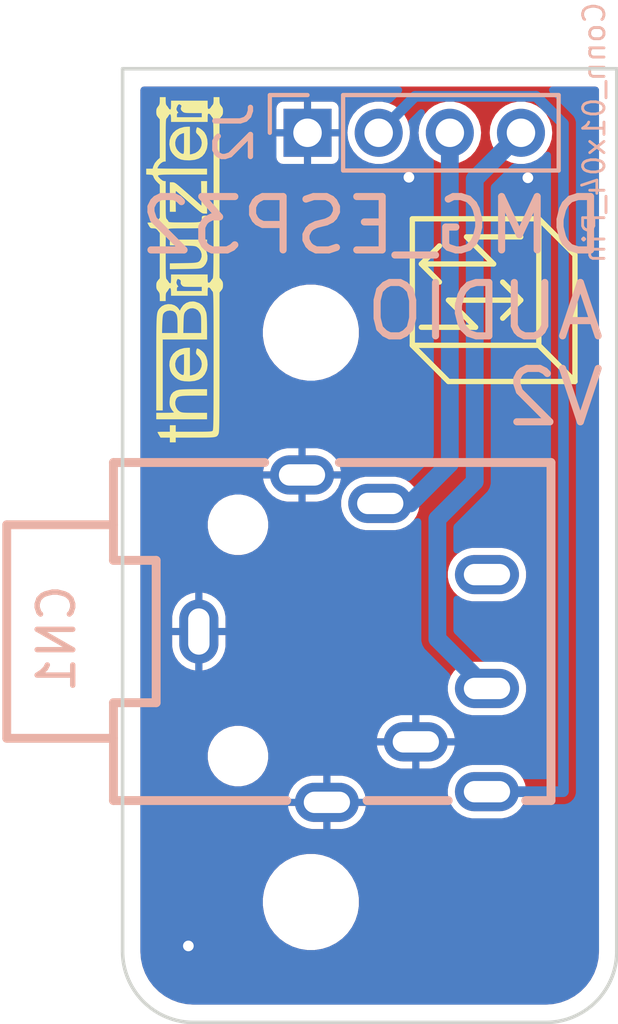
<source format=kicad_pcb>
(kicad_pcb (version 20240108) (generator "pcbnew") (generator_version "8.0")
  (layers (0 "F.Cu" signal) (31 "B.Cu" signal) (34 "B.Paste" user) (35 "F.Paste" user) (36 "B.SilkS" user "B.Silkscreen") (37 "F.SilkS" user "F.Silkscreen") (38 "B.Mask" user) (39 "F.Mask" user) (44 "Edge.Cuts" user))
  (net 0 "")
  (net 2 "Net-(J2-Pin_1)")
  (net 3 "Net-(J2-Pin_2)")
  (net 4 "Net-(J2-Pin_3)")
  (net 5 "Net-(J2-Pin_4)")
  (footprint "TheBrutzlers_Lib:thebrutzler_10mm_mod" (layer "F.Cu") (at 247.6 97.8 90)
    (property "Reference" "G***" (hide yes))
    (property "Value" "LOGO" (hide yes))
    (fp_poly (pts (xy 2.42471 -0.344702) (xy 2.423261 -0.319107) (xy 2.417527 -0.294773) (xy 2.404652 -0.267495) (xy 2.381768 -0.233069) (xy 2.346017 -0.187288) (xy 2.294539 -0.125948) (xy 2.224471 -0.044845) (xy 2.207134 -0.024918) (xy 2.131177 0.062119) (xy 2.053926 0.150249) (xy 1.98132 0.232724) (xy 1.919303 0.30279) (xy 1.878175 0.348856) (xy 1.766125 0.473448) (xy 2.458601 0.462236) (xy 2.458601 0.631262) (xy 1.544931 0.631262) (xy 1.544931 0.55675) (xy 1.545548 0.534327) (xy 1.548991 0.513401) (xy 1.557652 0.490688) (xy 1.573924 0.462916) (xy 1.600195 0.426804) (xy 1.638859 0.379077) (xy 1.692305 0.316456) (xy 1.762927 0.235664) (xy 1.853113 0.133424) (xy 1.857035 0.128986) (xy 1.938036 0.037137) (xy 2.011939 -0.046989) (xy 2.075851 -0.120071) (xy 2.126875 -0.178787) (xy 2.162118 -0.219817) (xy 2.178683 -0.239839) (xy 2.179411 -0.240876) (xy 2.167574 -0.247256) (xy 2.123187 -0.251376) (xy 2.046847 -0.253211) (xy 1.939152 -0.25274) (xy 1.892224 -0.25199) (xy 1.594768 -0.246492) (xy 1.594768 -0.415304) (xy 2.425376 -0.415304)) (fill solid) (layer "F.SilkS"))
    (fp_poly (pts (xy 0.152314 -0.037377) (xy 0.154679 0.093451) (xy 0.157751 0.19537) (xy 0.162432 0.272696) (xy 0.169629 0.329742) (xy 0.180246 0.370824) (xy 0.19519 0.400256) (xy 0.215363 0.422354) (xy 0.241672 0.441433) (xy 0.254396 0.449355) (xy 0.328527 0.476402) (xy 0.409697 0.476487) (xy 0.489438 0.452034) (xy 0.559285 0.405466) (xy 0.605418 0.348846) (xy 0.616914 0.326716) (xy 0.625673 0.301398) (xy 0.632172 0.267995) (xy 0.636886 0.221614) (xy 0.640289 0.157358) (xy 0.642862 0.070333) (xy 0.645075 -0.044358) (xy 0.645374 -0.062295) (xy 0.651179 -0.415304) (xy 0.813996 -0.415304) (xy 0.813996 0.631263) (xy 0.664487 0.631262) (xy 0.664302 0.544049) (xy 0.664118 0.456835) (xy 0.619945 0.512898) (xy 0.551149 0.575345) (xy 0.462392 0.619534) (xy 0.363086 0.642731) (xy 0.262646 0.642205) (xy 0.212039 0.631334) (xy 0.128579 0.593766) (xy 0.060489 0.538957) (xy 0.022534 0.485644) (xy 0.012839 0.462893) (xy 0.005257 0.435397) (xy -0.00054 0.398774) (xy -0.004877 0.348638) (xy -0.008079 0.280604) (xy -0.010475 0.190287) (xy -0.012389 0.073302) (xy -0.013258 0.004153) (xy -0.01821 -0.415304) (xy 0.146354 -0.415304)) (fill solid) (layer "F.SilkS"))
    (fp_poly (pts (xy -4.052863 -0.535742) (xy -4.051921 -0.430945) (xy -4.049483 -0.35772) (xy -4.045429 -0.314442) (xy -4.039637 -0.299486) (xy -4.035606 -0.30285) (xy -4.012234 -0.327301) (xy -3.97063 -0.358608) (xy -3.940591 -0.377604) (xy -3.889618 -0.403866) (xy -3.841043 -0.417918) (xy -3.78036 -0.423189) (xy -3.746043 -0.42361) (xy -3.631295 -0.412272) (xy -3.540238 -0.377848) (xy -3.472093 -0.319726) (xy -3.426081 -0.237292) (xy -3.405018 -0.155497) (xy -3.400103 -0.108687) (xy -3.395792 -0.035554) (xy -3.392337 0.057001) (xy -3.389988 0.162078) (xy -3.388994 0.272777) (xy -3.388978 0.28656) (xy -3.388882 0.631262) (xy -3.571615 0.631262) (xy -3.571615 0.264152) (xy -3.572256 0.127527) (xy -3.574723 0.02003) (xy -3.579832 -0.06243) (xy -3.588399 -0.123932) (xy -3.601241 -0.168562) (xy -3.619175 -0.200404) (xy -3.643016 -0.223542) (xy -3.672703 -0.241608) (xy -3.748308 -0.263525) (xy -3.8307 -0.259848) (xy -3.910412 -0.233562) (xy -3.977981 -0.187654) (xy -4.020699 -0.131808) (xy -4.031732 -0.107367) (xy -4.039982 -0.079921) (xy -4.045847 -0.04446) (xy -4.049724 0.004029) (xy -4.052004 0.070556) (xy -4.053087 0.160133) (xy -4.053368 0.277773) (xy -4.053368 0.631263) (xy -4.236102 0.631262) (xy -4.236102 -0.797384) (xy -4.053368 -0.797385)) (fill solid) (layer "F.SilkS"))
    (fp_poly (pts (xy 3.606506 -0.421961) (xy 3.715965 -0.386858) (xy 3.810945 -0.326053) (xy 3.888428 -0.241901) (xy 3.945399 -0.136764) (xy 3.978841 -0.012999) (xy 3.98666 0.087214) (xy 3.98692 0.14951) (xy 3.206979 0.14951) (xy 3.216726 0.203499) (xy 3.248629 0.302072) (xy 3.301956 0.380911) (xy 3.371567 0.438352) (xy 3.452322 0.472731) (xy 3.53908 0.482382) (xy 3.626703 0.465642) (xy 3.710049 0.420844) (xy 3.757086 0.378503) (xy 3.794314 0.340792) (xy 3.822722 0.322944) (xy 3.855373 0.319821) (xy 3.894137 0.324593) (xy 3.939076 0.335011) (xy 3.966286 0.348418) (xy 3.970034 0.354895) (xy 3.958202 0.394002) (xy 3.928104 0.445325) (xy 3.886548 0.499275) (xy 3.840339 0.54627) (xy 3.82557 0.558358) (xy 3.734513 0.608767) (xy 3.625831 0.638462) (xy 3.508748 0.646302) (xy 3.392484 0.631146) (xy 3.346205 0.617678) (xy 3.237127 0.565908) (xy 3.152738 0.493919) (xy 3.092302 0.400512) (xy 3.055085 0.284484) (xy 3.040349 0.144637) (xy 3.040026 0.118015) (xy 3.045525 -0.004043) (xy 3.053598 -0.04738) (xy 3.22276 -0.04738) (xy 3.224746 -0.036318) (xy 3.233725 -0.028273) (xy 3.254236 -0.022769) (xy 3.290808 -0.019328) (xy 3.347984 -0.017474) (xy 3.430293 -0.016729) (xy 3.515275 -0.016612) (xy 3.807788 -0.016612) (xy 3.796931 -0.062295) (xy 3.762423 -0.141697) (xy 3.704582 -0.20343) (xy 3.629602 -0.245059) (xy 3.54368 -0.264139) (xy 3.453015 -0.258231) (xy 3.372404 -0.229494) (xy 3.313911 -0.189681) (xy 3.264624 -0.138744) (xy 3.231954 -0.085698) (xy 3.22276 -0.04738) (xy 3.053598 -0.04738) (xy 3.063815 -0.102226) (xy 3.097587 -0.184318) (xy 3.149532 -0.258098) (xy 3.182355 -0.293493) (xy 3.24788 -0.351827) (xy 3.310264 -0.388842) (xy 3.356216 -0.405625) (xy 3.485584 -0.429003)) (fill solid) (layer "F.SilkS"))
    (fp_poly (pts (xy -2.606444 -0.421961) (xy -2.496985 -0.386858) (xy -2.402005 -0.326053) (xy -2.324521 -0.241901) (xy -2.26755 -0.136764) (xy -2.234109 -0.012999) (xy -2.226289 0.087215) (xy -2.226029 0.14951) (xy -3.005971 0.14951) (xy -2.996224 0.203499) (xy -2.964321 0.302072) (xy -2.910994 0.380911) (xy -2.841383 0.438352) (xy -2.760628 0.472731) (xy -2.673868 0.482382) (xy -2.586247 0.465642) (xy -2.5029 0.420844) (xy -2.455862 0.378503) (xy -2.418636 0.340792) (xy -2.390227 0.322944) (xy -2.357577 0.319821) (xy -2.318812 0.324593) (xy -2.273873 0.335012) (xy -2.246664 0.348418) (xy -2.242915 0.354895) (xy -2.254748 0.394002) (xy -2.284846 0.445325) (xy -2.326402 0.499275) (xy -2.372611 0.54627) (xy -2.38738 0.558358) (xy -2.478437 0.608767) (xy -2.587118 0.638462) (xy -2.704202 0.646302) (xy -2.820465 0.631147) (xy -2.866745 0.617678) (xy -2.975823 0.565908) (xy -3.060212 0.493919) (xy -3.120647 0.400512) (xy -3.157865 0.284484) (xy -3.172601 0.144637) (xy -3.172923 0.118015) (xy -3.167425 -0.004042) (xy -3.159352 -0.04738) (xy -2.99019 -0.04738) (xy -2.988204 -0.036318) (xy -2.979224 -0.028274) (xy -2.958715 -0.02277) (xy -2.92214 -0.019328) (xy -2.864966 -0.017474) (xy -2.782658 -0.01673) (xy -2.697676 -0.016611) (xy -2.405162 -0.016612) (xy -2.416019 -0.062295) (xy -2.450527 -0.141697) (xy -2.508368 -0.20343) (xy -2.583348 -0.245059) (xy -2.669269 -0.264139) (xy -2.759936 -0.25823) (xy -2.840546 -0.229494) (xy -2.89904 -0.189682) (xy -2.948326 -0.138744) (xy -2.980996 -0.085698) (xy -2.99019 -0.04738) (xy -3.159352 -0.04738) (xy -3.149135 -0.102226) (xy -3.115363 -0.184318) (xy -3.063419 -0.258097) (xy -3.030594 -0.293492) (xy -2.96507 -0.351827) (xy -2.902686 -0.388842) (xy -2.856734 -0.405625) (xy -2.727366 -0.429003)) (fill solid) (layer "F.SilkS"))
    (fp_poly (pts (xy -2.41878 -0.797365) (xy -2.199271 -0.797218) (xy -2.008494 -0.796809) (xy -1.844207 -0.796005) (xy -1.70416 -0.794672) (xy -1.586109 -0.792674) (xy -1.487808 -0.789879) (xy -1.407011 -0.786153) (xy -1.341474 -0.781361) (xy -1.288949 -0.775369) (xy -1.247192 -0.768042) (xy -1.213957 -0.75925) (xy -1.186998 -0.748855) (xy -1.16407 -0.736724) (xy -1.142925 -0.722724) (xy -1.121319 -0.70672) (xy -1.118869 -0.704869) (xy -1.055739 -0.638165) (xy -1.015574 -0.555554) (xy -0.998263 -0.464211) (xy -1.003703 -0.371306) (xy -1.031784 -0.284016) (xy -1.082401 -0.209511) (xy -1.12684 -0.171671) (xy -1.18169 -0.134708) (xy -1.115735 -0.10106) (xy -1.030561 -0.040018) (xy -0.968201 0.041432) (xy -0.931522 0.137121) (xy -0.923393 0.240889) (xy -0.931273 0.295426) (xy -0.970225 0.408101) (xy -1.031853 0.49675) (xy -1.117031 0.562217) (xy -1.226633 0.605351) (xy -1.259189 0.613001) (xy -1.303869 0.618793) (xy -1.374724 0.623828) (xy -1.464709 0.627793) (xy -1.566777 0.630375) (xy -1.67034 0.631262) (xy -1.99346 0.631263) (xy -1.99346 -0.036143) (xy -1.810727 -0.036143) (xy -1.810726 0.465141) (xy -1.565063 0.465141) (xy -1.467174 0.464692) (xy -1.395779 0.462823) (xy -1.344155 0.458747) (xy -1.305578 0.451679) (xy -1.273323 0.440832) (xy -1.245279 0.427763) (xy -1.177488 0.377199) (xy -1.133937 0.310675) (xy -1.114859 0.235177) (xy -1.12049 0.15769) (xy -1.151064 0.085199) (xy -1.206817 0.02469) (xy -1.231179 0.008306) (xy -1.257162 -0.004688) (xy -1.288267 -0.014152) (xy -1.330438 -0.02081) (xy -1.389626 -0.025391) (xy -1.471778 -0.028621) (xy -1.549084 -0.030531) (xy -1.810727 -0.036143) (xy -1.99346 -0.036143) (xy -1.99346 -0.61465) (xy -3.986919 -0.61465) (xy -3.986919 -0.634309) (xy -1.810726 -0.634309) (xy -1.810727 -0.199346) (xy -1.586799 -0.199346) (xy -1.480889 -0.200618) (xy -1.40201 -0.204811) (xy -1.344051 -0.212492) (xy -1.300901 -0.224226) (xy -1.295447 -0.226323) (xy -1.231637 -0.266301) (xy -1.19343 -0.32597) (xy -1.179561 -0.407397) (xy -1.179464 -0.416069) (xy -1.192263 -0.495061) (xy -1.227792 -0.5597) (xy -1.277729 -0.600006) (xy -1.315113 -0.609948) (xy -1.38217 -0.618233) (xy -1.475376 -0.62452) (xy -1.565696 -0.627863) (xy -1.810726 -0.634309) (xy -3.986919 -0.634309) (xy -3.986919 -0.797384) (xy -2.669267 -0.797384)) (fill solid) (layer "F.SilkS"))
    (fp_poly (pts (xy 2.807456 -0.898337) (xy 2.871736 -0.881028) (xy 2.962791 -0.839843) (xy 3.049056 -0.767379) (xy 3.070574 -0.743401) (xy 3.109428 -0.697711) (xy 4.194572 -0.699061) (xy 4.252087 -0.748222) (xy 4.292819 -0.778175) (xy 4.333321 -0.792881) (xy 4.388733 -0.797298) (xy 4.402224 -0.797384) (xy 4.46219 -0.794364) (xy 4.504364 -0.781998) (xy 4.543885 -0.75533) (xy 4.552361 -0.748222) (xy 4.589879 -0.720039) (xy 4.626675 -0.705063) (xy 4.675985 -0.699205) (xy 4.713702 -0.698386) (xy 4.817528 -0.697711) (xy 4.817528 -0.531589) (xy 4.711583 -0.531589) (xy 4.642653 -0.528357) (xy 4.600602 -0.517875) (xy 4.58405 -0.505575) (xy 4.553725 -0.47913) (xy 4.515566 -0.455312) (xy 4.482781 -0.431336) (xy 4.468683 -0.4071) (xy 4.468672 -0.406571) (xy 4.475543 -0.393604) (xy 4.500077 -0.385995) (xy 4.548158 -0.382589) (xy 4.593264 -0.382079) (xy 4.717855 -0.38208) (xy 4.717855 0.647875) (xy 4.60157 0.647875) (xy 4.540418 0.64879) (xy 4.505382 0.652869) (xy 4.489374 0.66211) (xy 4.485307 0.678513) (xy 4.485285 0.680672) (xy 4.499791 0.712667) (xy 4.532178 0.73772) (xy 4.572927 0.763438) (xy 4.600661 0.787984) (xy 4.630131 0.805207) (xy 4.684888 0.813161) (xy 4.719889 0.813997) (xy 4.817528 0.813996) (xy 4.817528 0.980118) (xy 4.722007 0.980793) (xy 4.661278 0.984052) (xy 4.618902 0.995949) (xy 4.580238 1.021255) (xy 4.568973 1.03063) (xy 4.52824 1.060583) (xy 4.487739 1.075289) (xy 4.432327 1.079706) (xy 4.418835 1.079791) (xy 4.35887 1.076772) (xy 4.316697 1.064406) (xy 4.277175 1.037736) (xy 4.268699 1.030629) (xy 4.211184 0.981468) (xy -0.257488 0.981468) (xy -0.315004 1.03063) (xy -0.355736 1.060583) (xy -0.396238 1.07529) (xy -0.45165 1.079706) (xy -0.465141 1.079791) (xy -0.525106 1.076771) (xy -0.56728 1.064406) (xy -0.606801 1.037737) (xy -0.615278 1.03063) (xy -0.672793 0.981468) (xy -2.633028 0.980767) (xy -2.930387 0.980638) (xy -3.196331 0.980457) (xy -3.432669 0.980198) (xy -3.641211 0.979834) (xy -3.823767 0.979337) (xy -3.982144 0.978682) (xy -4.118155 0.977841) (xy -4.233605 0.976789) (xy -4.330306 0.975499) (xy -4.410069 0.973943) (xy -4.4747 0.972096) (xy -4.526009 0.96993) (xy -4.565808 0.967419) (xy -4.595903 0.964536) (xy -4.618105 0.961254) (xy -4.634224 0.957548) (xy -4.646068 0.953389) (xy -4.651175 0.951021) (xy -4.677047 0.937294) (xy -4.697992 0.922422) (xy -4.714529 0.902962) (xy -4.727182 0.875474) (xy -4.736474 0.836517) (xy -4.742927 0.78265) (xy -4.747064 0.710432) (xy -4.749407 0.616423) (xy -4.750479 0.497181) (xy -4.750803 0.349265) (xy -4.750834 0.294866) (xy -4.751079 -0.249182) (xy -4.883976 -0.249182) (xy -4.883976 -0.415304) (xy -4.751079 -0.415304) (xy -4.751079 -0.677942) (xy -4.677519 -0.72105) (xy -4.633919 -0.745602) (xy -4.602923 -0.761216) (xy -4.594457 -0.764159) (xy -4.590558 -0.748692) (xy -4.587434 -0.706866) (xy -4.585459 -0.645544) (xy -4.584957 -0.589732) (xy -4.584957 -0.415304) (xy -4.402224 -0.415304) (xy -4.402224 -0.249182) (xy -4.584957 -0.249182) (xy -4.584957 0.256302) (xy -4.584769 0.401726) (xy -4.584087 0.517466) (xy -4.582738 0.607064) (xy -4.580549 0.674058) (xy -4.577343 0.721987) (xy -4.572949 0.754393) (xy -4.567194 0.774814) (xy -4.559902 0.786791) (xy -4.558853 0.787891) (xy -4.552417 0.791895) (xy -4.540381 0.795471) (xy -4.520979 0.798645) (xy -4.492444 0.80144) (xy -4.453011 0.80388) (xy -4.400914 0.805987) (xy -4.334386 0.807786) (xy -4.251664 0.809301) (xy -4.15098 0.810554) (xy -4.030568 0.811569) (xy -3.888663 0.81237) (xy -3.723499 0.81298) (xy -3.53331 0.813422) (xy -3.31633 0.813722) (xy -3.070793 0.8139) (xy -2.794934 0.813983) (xy -2.600651 0.813996) (xy -2.304378 0.813963) (xy -2.039569 0.813849) (xy -1.804463 0.81363) (xy -1.5973 0.813282) (xy -1.416319 0.812783) (xy -1.25976 0.812108) (xy -1.125862 0.811234) (xy -1.012865 0.810139) (xy -0.919008 0.808798) (xy -0.84253 0.807188) (xy -0.781672 0.805285) (xy -0.734673 0.803067) (xy -0.699772 0.800509) (xy -0.675208 0.797589) (xy -0.659222 0.794282) (xy -0.650052 0.790566) (xy -0.646965 0.787983) (xy -0.616642 0.761538) (xy -0.578483 0.73772) (xy -0.543463 0.709464) (xy -0.531589 0.680672) (xy -0.534835 0.663425) (xy -0.549296 0.653543) (xy -0.582062 0.649028) (xy -0.640219 0.647881) (xy -0.647874 0.647875) (xy -0.764159 0.647875) (xy -0.764159 0.481753) (xy -0.631262 0.481753) (xy -0.514977 0.481753) (xy -0.514977 0.223509) (xy -0.514808 0.125602) (xy -0.513765 0.055235) (xy -0.511043 0.006723) (xy -0.505835 -0.025619) (xy -0.497336 -0.047475) (xy -0.484741 -0.064529) (xy -0.472345 -0.077366) (xy -0.433821 -0.106946) (xy -0.394935 -0.112449) (xy -0.38117 -0.110289) (xy -0.344081 -0.108262) (xy -0.3205 -0.126674) (xy -0.308288 -0.147647) (xy -0.293562 -0.181093) (xy -0.298885 -0.199009) (xy -0.325489 -0.213643) (xy -0.384975 -0.231037) (xy -0.436125 -0.220779) (xy -0.471206 -0.19814) (xy -0.500955 -0.177282) (xy -0.513214 -0.177932) (xy -0.514977 -0.189834) (xy -0.526094 -0.208812) (xy -0.56293 -0.215794) (xy -0.57312 -0.215957) (xy -0.631262 -0.215958) (xy -0.631262 0.481753) (xy -0.764159 0.481753) (xy -0.764159 -0.382079) (xy -0.65618 -0.38208) (xy -0.589401 -0.386353) (xy -0.552604 -0.398489) (xy -0.550065 -0.406571) (xy -0.415304 -0.406571) (xy -0.408434 -0.393605) (xy -0.3839 -0.385996) (xy -0.335819 -0.382589) (xy -0.290713 -0.382079) (xy -0.166122 -0.382079) (xy -0.166122 0.647875) (xy -0.282407 0.647875) (xy -0.343559 0.64879) (xy -0.378595 0.652869) (xy -0.394602 0.66211) (xy -0.398669 0.678514) (xy -0.398692 0.680672) (xy -0.384185 0.712667) (xy -0.351798 0.73772) (xy -0.31105 0.763438) (xy -0.283316 0.787983) (xy -0.277843 0.791701) (xy -0.266823 0.795052) (xy -0.248623 0.798053) (xy -0.221608 0.800726) (xy -0.184145 0.803086) (xy -0.1346 0.805154) (xy -0.071338 0.806948) (xy 0.007273 0.808488) (xy 0.102868 0.809791) (xy 0.217081 0.810877) (xy 0.351545 0.811764) (xy 0.507895 0.812471) (xy 0.687764 0.813018) (xy 0.892785 0.813423) (xy 1.124594 0.813705) (xy 1.384823 0.813881) (xy 1.675107 0.813973) (xy 1.976849 0.813996) (xy 2.296874 0.813969) (xy 2.585309 0.813874) (xy 2.843788 0.81369) (xy 3.073944 0.813402) (xy 3.277411 0.81299) (xy 3.455824 0.812434) (xy 3.610815 0.811716) (xy 3.744018 0.810817) (xy 3.857069 0.809719) (xy 3.951599 0.808402) (xy 4.029244 0.806848) (xy 4.091637 0.805038) (xy 4.140412 0.802953) (xy 4.177202 0.800575) (xy 4.203642 0.797884) (xy 4.221366 0.794861) (xy 4.232007 0.791489) (xy 4.237011 0.787983) (xy 4.267335 0.761538) (xy 4.305494 0.73772) (xy 4.340513 0.709464) (xy 4.352387 0.680672) (xy 4.349142 0.663425) (xy 4.33468 0.653543) (xy 4.301915 0.649028) (xy 4.243757 0.647881) (xy 4.236102 0.647875) (xy 4.119817 0.647875) (xy 4.119817 0.481753) (xy 4.252714 0.481753) (xy 4.368999 0.481753) (xy 4.368999 0.239288) (xy 4.369434 0.142722) (xy 4.371209 0.073288) (xy 4.375031 0.0249) (xy 4.381608 -0.008528) (xy 4.391646 -0.033082) (xy 4.402655 -0.050442) (xy 4.448983 -0.09693) (xy 4.498181 -0.110356) (xy 4.537332 -0.09849) (xy 4.568513 -0.087847) (xy 4.590492 -0.101809) (xy 4.596102 -0.109051) (xy 4.615466 -0.145493) (xy 4.608369 -0.172883) (xy 4.572086 -0.198324) (xy 4.559476 -0.204575) (xy 4.506758 -0.226318) (xy 4.469221 -0.229586) (xy 4.434062 -0.213815) (xy 4.41277 -0.198141) (xy 4.383021 -0.177282) (xy 4.370762 -0.177931) (xy 4.368999 -0.189834) (xy 4.357882 -0.208811) (xy 4.321047 -0.215794) (xy 4.310857 -0.215958) (xy 4.252714 -0.215957) (xy 4.252714 0.481753) (xy 4.119817 0.481753) (xy 4.119817 -0.38208) (xy 4.227796 -0.38208) (xy 4.294575 -0.386353) (xy 4.331372 -0.398489) (xy 4.337331 -0.417461) (xy 4.311596 -0.442245) (xy 4.288882 -0.455312) (xy 4.248133 -0.481031) (xy 4.220399 -0.505575) (xy 4.211312 -0.512494) (xy 4.194562 -0.518089) (xy 4.16693 -0.522497) (xy 4.125197 -0.525852) (xy 4.066143 -0.52829) (xy 3.986551 -0.529947) (xy 3.883201 -0.530959) (xy 3.752874 -0.531461) (xy 3.602806 -0.531589) (xy 3.006802 -0.531589) (xy 3.006803 -0.571845) (xy 2.993609 -0.616544) (xy 2.959432 -0.667162) (xy 2.912365 -0.713549) (xy 2.872751 -0.739838) (xy 2.837437 -0.756761) (xy 2.816896 -0.764147) (xy 2.816587 -0.764159) (xy 2.814641 -0.748119) (xy 2.812838 -0.702287) (xy 2.81122 -0.630093) (xy 2.809836 -0.534972) (xy 2.808726 -0.420352) (xy 2.807939 -0.289667) (xy 2.807516 -0.146349) (xy 2.807456 -0.066448) (xy 2.807456 0.631262) (xy 2.641334 0.631262) (xy 2.641334 -0.058142) (xy 2.641362 -0.235146) (xy 2.641139 -0.381352) (xy 2.640205 -0.499192) (xy 2.638101 -0.591095) (xy 2.634368 -0.659488) (xy 2.628546 -0.7068) (xy 2.620175 -0.73546) (xy 2.608796 -0.747895) (xy 2.593951 -0.746535) (xy 2.575176 -0.733809) (xy 2.552017 -0.712144) (xy 2.524011 -0.683969) (xy 2.523095 -0.683053) (xy 2.476538 -0.626337) (xy 2.458731 -0.578872) (xy 2.458601 -0.575074) (xy 2.458601 -0.531589) (xy 1.937892 -0.531589) (xy 1.792405 -0.531501) (xy 1.676518 -0.531094) (xy 1.586608 -0.530152) (xy 1.51905 -0.528458) (xy 1.47022 -0.525798) (xy 1.436494 -0.521954) (xy 1.414249 -0.516711) (xy 1.39986 -0.509853) (xy 1.389705 -0.501164) (xy 1.3875 -0.498789) (xy 1.352941 -0.469675) (xy 1.326783 -0.456139) (xy 1.317422 -0.451481) (xy 1.310155 -0.441631) (xy 1.304719 -0.422784) (xy 1.300849 -0.391135) (xy 1.298282 -0.342877) (xy 1.296755 -0.274206) (xy 1.296002 -0.181315) (xy 1.295761 -0.060398) (xy 1.295749 -0.008374) (xy 1.295882 0.131892) (xy 1.296835 0.242465) (xy 1.29944 0.326876) (xy 1.304527 0.388657) (xy 1.312928 0.431339) (xy 1.325473 0.458456) (xy 1.342994 0.473534) (xy 1.366323 0.48011) (xy 1.396289 0.481713) (xy 1.411098 0.481753) (xy 1.451185 0.483825) (xy 1.471324 0.496215) (xy 1.481446 0.52819) (xy 1.485306 0.550979) (xy 1.489246 0.599192) (xy 1.478352 0.628201) (xy 1.447041 0.642704) (xy 1.38973 0.647401) (xy 1.370504 0.647594) (xy 1.287431 0.637781) (xy 1.216027 0.61041) (xy 1.164722 0.569297) (xy 1.150869 0.548202) (xy 1.144187 0.524088) (xy 1.138916 0.479765) (xy 1.134954 0.412686) (xy 1.132197 0.320313) (xy 1.130543 0.200101) (xy 1.129888 0.049511) (xy 1.129872 0.030191) (xy 1.129696 -0.108255) (xy 1.129171 -0.217119) (xy 1.128062 -0.300045) (xy 1.126134 -0.360675) (xy 1.123155 -0.402653) (xy 1.118889 -0.429623) (xy 1.113101 -0.445224) (xy 1.105559 -0.453102) (xy 1.098594 -0.456139) (xy 1.063489 -0.47596) (xy 1.037877 -0.498789) (xy 1.029164 -0.507111) (xy 1.017427 -0.513893) (xy 0.999439 -0.519294) (xy 0.971975 -0.523468) (xy 0.931807 -0.526574) (xy 0.875711 -0.528769) (xy 0.800459 -0.53021) (xy 0.702826 -0.531056) (xy 0.579585 -0.531459) (xy 0.427511 -0.531583) (xy 0.364927 -0.531589) (xy 0.199658 -0.531458) (xy 0.064518 -0.530983) (xy -0.043586 -0.530043) (xy -0.127749 -0.528517) (xy -0.191064 -0.526285) (xy -0.236623 -0.523225) (xy -0.267525 -0.519216) (xy -0.28686 -0.514138) (xy -0.297723 -0.507868) (xy -0.299929 -0.505575) (xy -0.330251 -0.47913) (xy -0.368411 -0.455312) (xy -0.401198 -0.431336) (xy -0.415293 -0.4071) (xy -0.415304 -0.406571) (xy -0.550065 -0.406571) (xy -0.546645 -0.417461) (xy -0.572381 -0.442245) (xy -0.595095 -0.455312) (xy -0.635843 -0.481031) (xy -0.663577 -0.505575) (xy -0.688129 -0.521065) (xy -0.73357 -0.529334) (xy -0.799418 -0.531589) (xy -0.913669 -0.531589) (xy -0.913669 -0.697711) (xy -0.801537 -0.698386) (xy -0.737919 -0.700458) (xy -0.695331 -0.70811) (xy -0.661643 -0.724906) (xy -0.63189 -0.748222) (xy -0.591157 -0.778175) (xy -0.550654 -0.792881) (xy -0.495244 -0.797298) (xy -0.481753 -0.797384) (xy -0.421787 -0.794364) (xy -0.379615 -0.781998) (xy -0.340091 -0.75533) (xy -0.331616 -0.748222) (xy -0.274101 -0.699061) (xy 0.362289 -0.698385) (xy 0.998678 -0.697711) (xy 1.064153 -0.750328) (xy 1.103854 -0.785481) (xy 1.123168 -0.816501) (xy 1.129274 -0.857792) (xy 1.129627 -0.881646) (xy 1.131521 -0.929282) (xy 1.142208 -0.958811) (xy 1.169196 -0.982667) (xy 1.203187 -1.003457) (xy 1.246787 -1.02801) (xy 1.277784 -1.043623) (xy 1.286248 -1.046566) (xy 1.290836 -1.031325) (xy 1.294207 -0.991076) (xy 1.295721 -0.93403) (xy 1.295748 -0.924755) (xy 1.295749 -0.802944) (xy 1.361224 -0.750328) (xy 1.426698 -0.697711) (xy 2.3571 -0.697711) (xy 2.428616 -0.773136) (xy 2.481243 -0.820357) (xy 2.537038 -0.857653) (xy 2.56658 -0.871191) (xy 2.604414 -0.885539) (xy 2.624736 -0.902164) (xy 2.633781 -0.931159) (xy 2.637785 -0.982616) (xy 2.63801 -0.986806) (xy 2.642992 -1.079791) (xy 2.807456 -1.079791)) (fill solid) (layer "F.SilkS"))
  )
  (footprint "TheBrutzlers_Lib:Symbol_kurzschlussblog" (layer "F.Cu") (at 254.0015 96.4015 -90)
    (property "Reference" "SM3" (hide yes))
    (property "Value" "SYM_Arrow45_Tiny" (hide yes))
    (fp_line (start 0 0) (end 3.556 0) (stroke (width 0.15)) (layer "F.SilkS"))
    (fp_line (start 3.556 0) (end 4.572 -1.016) (stroke (width 0.15)) (layer "F.SilkS"))
    (fp_line (start 3.556 0) (end 3.556 -3.556) (stroke (width 0.15)) (layer "F.SilkS"))
    (fp_line (start 1.27 -0.254001) (end 0.762 -0.762) (stroke (width 0.15)) (layer "F.SilkS"))
    (fp_line (start 1.27 -0.254001) (end 1.777999 -0.762) (stroke (width 0.15)) (layer "F.SilkS"))
    (fp_line (start 3.048 -0.254001) (end 3.048 -1.777999) (stroke (width 0.15)) (layer "F.SilkS"))
    (fp_line (start 2.286001 -1.016) (end 2.286001 -3.048) (stroke (width 0.15)) (layer "F.SilkS"))
    (fp_line (start 4.572 -1.016) (end 4.572 -4.572) (stroke (width 0.15)) (layer "F.SilkS"))
    (fp_line (start 0 -1.143) (end 0 0) (stroke (width 0.15)) (layer "F.SilkS"))
    (fp_line (start 0.508 -1.524) (end 1.270001 -2.286) (stroke (width 0.15)) (layer "F.SilkS"))
    (fp_line (start 3.048 -1.777999) (end 2.286001 -1.016) (stroke (width 0.15)) (layer "F.SilkS"))
    (fp_line (start 1.270001 -2.286) (end 1.27 -0.254001) (stroke (width 0.15)) (layer "F.SilkS"))
    (fp_line (start 0.508 -3.048) (end 0.508 -1.524) (stroke (width 0.15)) (layer "F.SilkS"))
    (fp_line (start 2.286001 -3.048) (end 1.778 -2.54) (stroke (width 0.15)) (layer "F.SilkS"))
    (fp_line (start 2.286001 -3.048) (end 2.794 -2.54) (stroke (width 0.15)) (layer "F.SilkS"))
    (fp_line (start 0 -3.556) (end 0 -1.143) (stroke (width 0.15)) (layer "F.SilkS"))
    (fp_line (start 3.556 -3.556) (end 0 -3.556) (stroke (width 0.15)) (layer "F.SilkS"))
    (fp_line (start 3.556 -3.556) (end 4.572 -4.572) (stroke (width 0.15)) (layer "F.SilkS"))
    (fp_line (start 1.016 -4.572) (end 0 -3.556) (stroke (width 0.15)) (layer "F.SilkS"))
    (fp_line (start 4.572 -4.572) (end 3.556 -3.556) (stroke (width 0.15)) (layer "F.SilkS"))
    (fp_line (start 4.572 -4.572) (end 1.016 -4.572) (stroke (width 0.15)) (layer "F.SilkS"))
  )
  (footprint "easyeda2kicad:AUDIO-TH_PJ-3043-B" (layer "B.Cu") (at 252.05 108.2 -90)
    (property "Reference" "CN1" (at 0 8.050001 90) (layer "B.SilkS") (effects (justify mirror)))
    (property "Value" "PJ-3043-B" (hide yes))
    (fp_line (start -3.2 9.45) (end -3.2 6.45) (stroke (width 0.25)) (layer "B.SilkS"))
    (fp_line (start 2.8 9.45) (end -3.2 9.45) (stroke (width 0.25)) (layer "B.SilkS"))
    (fp_line (start 2.8 9.45) (end 2.8 6.45) (stroke (width 0.25)) (layer "B.SilkS"))
    (fp_line (start -4.95 6.45) (end -4.95 2.199999) (stroke (width 0.25)) (layer "B.SilkS"))
    (fp_line (start -2.2 6.45) (end -4.95 6.45) (stroke (width 0.25)) (layer "B.SilkS"))
    (fp_line (start 1.8 6.45) (end 4.55 6.45) (stroke (width 0.25)) (layer "B.SilkS"))
    (fp_line (start 4.55 6.45) (end 4.55 1.58) (stroke (width 0.25)) (layer "B.SilkS"))
    (fp_line (start -2.2 5.250001) (end -2.2 6.45) (stroke (width 0.25)) (layer "B.SilkS"))
    (fp_line (start 1.8 5.25) (end 1.8 6.45) (stroke (width 0.25)) (layer "B.SilkS"))
    (fp_line (start 1.8 5.25) (end -2.2 5.250001) (stroke (width 0.25)) (layer "B.SilkS"))
    (fp_line (start -4.95 0.1) (end -4.95 -5.85) (stroke (width 0.25)) (layer "B.SilkS"))
    (fp_line (start 4.549999 -0.68) (end 4.55 -2.96) (stroke (width 0.25)) (layer "B.SilkS"))
    (fp_line (start 4.55 -5.14) (end 4.55 -5.85) (stroke (width 0.25)) (layer "B.SilkS"))
    (fp_line (start 4.55 -5.85) (end -4.95 -5.85) (stroke (width 0.25)) (layer "B.SilkS"))
    (pad "" np_thru_hole circle (at -3.2 2.95 270) (size 1.2 1.2) (drill 1.2) (layers "F&B.Cu" "*.Mask"))
    (pad "" np_thru_hole circle (at 3.299999 2.95 270) (size 1.2 1.2) (drill 1.2) (layers "F&B.Cu" "*.Mask"))
    (pad "1" thru_hole oval (at -0.2 4.05 180) (size 1.1 1.8) (drill oval 0.599999 1.300023) (layers "*.Cu" "*.Mask") (net 2 "Net-(J2-Pin_1)"))
    (pad "2" thru_hole oval (at 1.4 -4.05 270) (size 1.1 1.8) (drill oval 0.599999 1.300023) (layers "*.Cu" "*.Mask") (net 5 "Net-(J2-Pin_4)"))
    (pad "3" thru_hole oval (at -3.8 -1.05 90) (size 1.1 1.8) (drill oval 0.599999 1.300023) (layers "*.Cu" "*.Mask") (net 4 "Net-(J2-Pin_3)"))
    (pad "4" thru_hole oval (at -1.8 -4.05 90) (size 1.1 1.8) (drill oval 0.599999 1.300023) (layers "*.Cu" "*.Mask"))
    (pad "5" thru_hole oval (at 2.9 -2.05 90) (size 1.1 1.8) (drill oval 0.599999 1.300023) (layers "*.Cu" "*.Mask") (net 2 "Net-(J2-Pin_1)"))
    (pad "6" thru_hole oval (at 4.3 -4.05 90) (size 1.1 1.8) (drill oval 0.599999 1.300023) (layers "*.Cu" "*.Mask") (net 3 "Net-(J2-Pin_2)"))
    (pad "8" thru_hole oval (at -4.6 1.15 270) (size 1.1 1.8) (drill oval 0.599999 1.300023) (layers "*.Cu" "*.Mask") (net 2 "Net-(J2-Pin_1)"))
    (pad "8" thru_hole oval (at 4.6 0.45 270) (size 1.1 1.8) (drill oval 0.599999 1.300023) (layers "*.Cu" "*.Mask") (net 2 "Net-(J2-Pin_1)"))
  )
  (footprint "MountingHole:MountingHole_2.2mm_M2" (layer "B.Cu") (at 251.149999 99.6 90)
    (property "Reference" "H2" (hide yes))
    (property "Value" "MountingHole" (hide yes))
    (pad "" np_thru_hole circle (at 0 0 90) (size 2.2 2.2) (drill 2.2) (layers "F&B.Cu" "*.Mask"))
  )
  (footprint "MountingHole:MountingHole_2.2mm_M2" (layer "B.Cu") (at 251.15 115.6 90)
    (property "Reference" "H1" (hide yes))
    (property "Value" "MountingHole" (hide yes))
    (pad "" np_thru_hole circle (at 0 0 90) (size 2.2 2.2) (drill 2.2) (layers "F&B.Cu" "*.Mask"))
  )
  (footprint "Connector_PinHeader_2.00mm:PinHeader_1x04_P2.00mm_Vertical" (layer "B.Cu") (at 251.05557 93.984807 -90)
    (property "Reference" "J2" (at 0 2.06 90) (layer "B.SilkS") (effects (justify mirror)))
    (property "Value" "Conn_01x04_Pin" (at 0 -8.06 90) (layer "B.SilkS") (effects (font (size 0.6 0.6) (thickness 0.08)) (justify mirror)))
    (fp_line (start -1.06 1.06) (end -1.06 0) (stroke (width 0.12)) (layer "B.SilkS"))
    (fp_line (start 0 1.06) (end -1.06 1.06) (stroke (width 0.12)) (layer "B.SilkS"))
    (fp_line (start 1.06 -1) (end -1.06 -1) (stroke (width 0.12)) (layer "B.SilkS"))
    (fp_line (start -1.06 -7.06) (end -1.06 -1) (stroke (width 0.12)) (layer "B.SilkS"))
    (fp_line (start 1.06 -7.06) (end 1.06 -1) (stroke (width 0.12)) (layer "B.SilkS"))
    (fp_line (start 1.06 -7.06) (end -1.06 -7.06) (stroke (width 0.12)) (layer "B.SilkS"))
    (pad "1" thru_hole rect (at 0 0 270) (size 1.35 1.35) (drill 0.8) (layers "*.Cu" "*.Mask") (net 2 "Net-(J2-Pin_1)"))
    (pad "2" thru_hole oval (at 0 -2.000001 270) (size 1.35 1.35) (drill 0.8) (layers "*.Cu" "*.Mask") (net 3 "Net-(J2-Pin_2)"))
    (pad "3" thru_hole oval (at 0 -4 270) (size 1.35 1.35) (drill 0.8) (layers "*.Cu" "*.Mask") (net 4 "Net-(J2-Pin_3)"))
    (pad "4" thru_hole oval (at 0 -6 270) (size 1.35 1.35) (drill 0.8) (layers "*.Cu" "*.Mask") (net 5 "Net-(J2-Pin_4)"))
  )
  (gr_line (start 245.855569 92.184806) (end 245.85557 116.984806) (stroke (width 0.1)) (layer "Edge.Cuts"))
  (gr_arc (start 247.85557 118.984806) (mid 246.441356 118.39902) (end 245.85557 116.984806) (stroke (width 0.1)) (layer "Edge.Cuts"))
  (gr_arc (start 259.75 116.984806) (mid 259.164243 118.399049) (end 257.75 118.984806) (stroke (width 0.1)) (layer "Edge.Cuts"))
  (gr_line (start 245.855569 92.184806) (end 259.75 92.184806) (stroke (width 0.1)) (layer "Edge.Cuts"))
  (gr_line (start 259.75 116.984806) (end 259.75 92.184806) (stroke (width 0.1)) (layer "Edge.Cuts"))
  (gr_line (start 257.75 118.984806) (end 247.85557 118.984806) (stroke (width 0.1)) (layer "Edge.Cuts"))
  (gr_text "DMG_ESP32\nAUDIO\nV2" (at 259.5 102.3 0) (layer "B.SilkS") (effects (font (size 1.5 1.5) (thickness 0.2)) (justify left bottom mirror)))
  (via (at 247.70557 116.834806) (size 0.6) (drill 0.3) (layers "F.Cu" "B.Cu") (net 2))
  (via (at 253.90557 95.234806) (size 0.6) (drill 0.3) (layers "F.Cu" "B.Cu") (net 2))
  (via (at 257.25 95.25) (size 0.6) (drill 0.3) (layers "F.Cu" "B.Cu") (net 2))
  (segment (start 258.25 93.729668) (end 258.25 112.490376) (width 0.3) (layer "B.Cu") (net 3))
  (segment (start 258.240376 112.5) (end 256.099999 112.5) (width 0.3) (layer "B.Cu") (net 3))
  (segment (start 253.055572 93.984807) (end 254.080572 92.959807) (width 0.3) (layer "B.Cu") (net 3))
  (segment (start 258.25 112.490376) (end 258.240376 112.5) (width 0.3) (layer "B.Cu") (net 3))
  (segment (start 254.080572 92.959807) (end 257.480139 92.959807) (width 0.3) (layer "B.Cu") (net 3))
  (segment (start 257.480139 92.959807) (end 258.25 93.729668) (width 0.3) (layer "B.Cu") (net 3))
  (segment (start 255.05557 103.284806) (end 253.940376 104.4) (width 0.5) (layer "B.Cu") (net 4))
  (segment (start 255.055569 93.984807) (end 255.05557 103.284806) (width 0.5) (layer "B.Cu") (net 4))
  (segment (start 253.940376 104.4) (end 253.1 104.400001) (width 0.5) (layer "B.Cu") (net 4))
  (segment (start 254.70557 104.834806) (end 255.75557 103.784806) (width 0.5) (layer "B.Cu") (net 5))
  (segment (start 255.75557 95.284807) (end 257.055569 93.984807) (width 0.5) (layer "B.Cu") (net 5))
  (segment (start 255.75557 103.784806) (end 255.75557 95.284807) (width 0.5) (layer "B.Cu") (net 5))
  (segment (start 256.1 109.6) (end 254.70557 108.205569) (width 0.5) (layer "B.Cu") (net 5))
  (segment (start 254.70557 108.205569) (end 254.70557 104.834806) (width 0.5) (layer "B.Cu") (net 5))
  (zone (net 2) (net_name "Net-(J2-Pin_1)") (layers "F&B.Cu") (priority 2) (connect_pads (clearance 0.2)) (min_thickness 0.2) (fill yes (thermal_gap 0.2) (thermal_bridge_width 0.2))
    (polygon (pts (xy 245.705569 92.034806) (xy 245.70557 119.034807) (xy 259.70557 119.034806) (xy 259.70557 92.034806)))
  )
)
</source>
